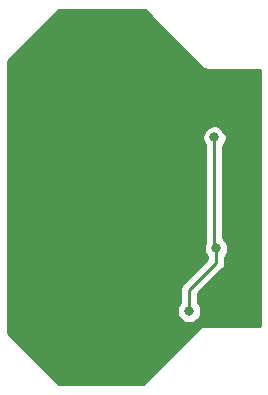
<source format=gbr>
%TF.GenerationSoftware,KiCad,Pcbnew,(5.1.7)-1*%
%TF.CreationDate,2022-08-04T10:30:13+03:00*%
%TF.ProjectId,battbrd,62617474-6272-4642-9e6b-696361645f70,rev?*%
%TF.SameCoordinates,Original*%
%TF.FileFunction,Copper,L2,Bot*%
%TF.FilePolarity,Positive*%
%FSLAX46Y46*%
G04 Gerber Fmt 4.6, Leading zero omitted, Abs format (unit mm)*
G04 Created by KiCad (PCBNEW (5.1.7)-1) date 2022-08-04 10:30:13*
%MOMM*%
%LPD*%
G01*
G04 APERTURE LIST*
%TA.AperFunction,ViaPad*%
%ADD10C,0.800000*%
%TD*%
%TA.AperFunction,Conductor*%
%ADD11C,0.250000*%
%TD*%
%TA.AperFunction,Conductor*%
%ADD12C,0.254000*%
%TD*%
%TA.AperFunction,Conductor*%
%ADD13C,0.100000*%
%TD*%
G04 APERTURE END LIST*
D10*
%TO.N,Net-(BT1-Pad1)*%
X164950000Y-81550000D03*
X165100000Y-90950000D03*
X162800000Y-96250000D03*
%TO.N,VCC*%
X166050000Y-88900000D03*
X162950000Y-77800000D03*
%TD*%
D11*
%TO.N,Net-(BT1-Pad1)*%
X164950000Y-90800000D02*
X165100000Y-90950000D01*
X164950000Y-81550000D02*
X164950000Y-90800000D01*
X165100000Y-90950000D02*
X165100000Y-92150000D01*
X162800000Y-94450000D02*
X162800000Y-96250000D01*
X165100000Y-92150000D02*
X162800000Y-94450000D01*
%TO.N,VCC*%
X166050000Y-88900000D02*
X166050000Y-81350000D01*
X162950000Y-78250000D02*
X162950000Y-77800000D01*
X166050000Y-81350000D02*
X162950000Y-78250000D01*
%TD*%
D12*
%TO.N,VCC*%
X163810388Y-75593769D02*
X163831052Y-75618948D01*
X163931550Y-75701425D01*
X164046207Y-75762710D01*
X164170617Y-75800450D01*
X164267581Y-75810000D01*
X164267591Y-75810000D01*
X164300000Y-75813192D01*
X164332409Y-75810000D01*
X168840000Y-75810000D01*
X168840001Y-97490000D01*
X164132408Y-97490000D01*
X164099999Y-97486808D01*
X164067590Y-97490000D01*
X164067581Y-97490000D01*
X163970617Y-97499550D01*
X163846207Y-97537290D01*
X163731549Y-97598575D01*
X163656233Y-97660386D01*
X163631052Y-97681052D01*
X163610388Y-97706231D01*
X158876620Y-102440000D01*
X151773381Y-102440000D01*
X147460000Y-98126620D01*
X147460000Y-96148061D01*
X161765000Y-96148061D01*
X161765000Y-96351939D01*
X161804774Y-96551898D01*
X161882795Y-96740256D01*
X161996063Y-96909774D01*
X162140226Y-97053937D01*
X162309744Y-97167205D01*
X162498102Y-97245226D01*
X162698061Y-97285000D01*
X162901939Y-97285000D01*
X163101898Y-97245226D01*
X163290256Y-97167205D01*
X163459774Y-97053937D01*
X163603937Y-96909774D01*
X163717205Y-96740256D01*
X163795226Y-96551898D01*
X163835000Y-96351939D01*
X163835000Y-96148061D01*
X163795226Y-95948102D01*
X163717205Y-95759744D01*
X163603937Y-95590226D01*
X163560000Y-95546289D01*
X163560000Y-94764801D01*
X165611003Y-92713799D01*
X165640001Y-92690001D01*
X165734974Y-92574276D01*
X165805546Y-92442247D01*
X165849003Y-92298986D01*
X165860000Y-92187333D01*
X165860000Y-92187324D01*
X165863676Y-92150001D01*
X165860000Y-92112678D01*
X165860000Y-91653711D01*
X165903937Y-91609774D01*
X166017205Y-91440256D01*
X166095226Y-91251898D01*
X166135000Y-91051939D01*
X166135000Y-90848061D01*
X166095226Y-90648102D01*
X166017205Y-90459744D01*
X165903937Y-90290226D01*
X165759774Y-90146063D01*
X165710000Y-90112805D01*
X165710000Y-82253711D01*
X165753937Y-82209774D01*
X165867205Y-82040256D01*
X165945226Y-81851898D01*
X165985000Y-81651939D01*
X165985000Y-81448061D01*
X165945226Y-81248102D01*
X165867205Y-81059744D01*
X165753937Y-80890226D01*
X165609774Y-80746063D01*
X165440256Y-80632795D01*
X165251898Y-80554774D01*
X165051939Y-80515000D01*
X164848061Y-80515000D01*
X164648102Y-80554774D01*
X164459744Y-80632795D01*
X164290226Y-80746063D01*
X164146063Y-80890226D01*
X164032795Y-81059744D01*
X163954774Y-81248102D01*
X163915000Y-81448061D01*
X163915000Y-81651939D01*
X163954774Y-81851898D01*
X164032795Y-82040256D01*
X164146063Y-82209774D01*
X164190000Y-82253711D01*
X164190001Y-90448959D01*
X164182795Y-90459744D01*
X164104774Y-90648102D01*
X164065000Y-90848061D01*
X164065000Y-91051939D01*
X164104774Y-91251898D01*
X164182795Y-91440256D01*
X164296063Y-91609774D01*
X164340001Y-91653712D01*
X164340001Y-91835197D01*
X162289003Y-93886196D01*
X162259999Y-93909999D01*
X162204871Y-93977174D01*
X162165026Y-94025724D01*
X162094455Y-94157753D01*
X162094454Y-94157754D01*
X162050997Y-94301015D01*
X162040000Y-94412668D01*
X162040000Y-94412678D01*
X162036324Y-94450000D01*
X162040000Y-94487323D01*
X162040001Y-95546288D01*
X161996063Y-95590226D01*
X161882795Y-95759744D01*
X161804774Y-95948102D01*
X161765000Y-96148061D01*
X147460000Y-96148061D01*
X147460000Y-75123380D01*
X151773381Y-70810000D01*
X159026620Y-70810000D01*
X163810388Y-75593769D01*
%TA.AperFunction,Conductor*%
D13*
G36*
X163810388Y-75593769D02*
G01*
X163831052Y-75618948D01*
X163931550Y-75701425D01*
X164046207Y-75762710D01*
X164170617Y-75800450D01*
X164267581Y-75810000D01*
X164267591Y-75810000D01*
X164300000Y-75813192D01*
X164332409Y-75810000D01*
X168840000Y-75810000D01*
X168840001Y-97490000D01*
X164132408Y-97490000D01*
X164099999Y-97486808D01*
X164067590Y-97490000D01*
X164067581Y-97490000D01*
X163970617Y-97499550D01*
X163846207Y-97537290D01*
X163731549Y-97598575D01*
X163656233Y-97660386D01*
X163631052Y-97681052D01*
X163610388Y-97706231D01*
X158876620Y-102440000D01*
X151773381Y-102440000D01*
X147460000Y-98126620D01*
X147460000Y-96148061D01*
X161765000Y-96148061D01*
X161765000Y-96351939D01*
X161804774Y-96551898D01*
X161882795Y-96740256D01*
X161996063Y-96909774D01*
X162140226Y-97053937D01*
X162309744Y-97167205D01*
X162498102Y-97245226D01*
X162698061Y-97285000D01*
X162901939Y-97285000D01*
X163101898Y-97245226D01*
X163290256Y-97167205D01*
X163459774Y-97053937D01*
X163603937Y-96909774D01*
X163717205Y-96740256D01*
X163795226Y-96551898D01*
X163835000Y-96351939D01*
X163835000Y-96148061D01*
X163795226Y-95948102D01*
X163717205Y-95759744D01*
X163603937Y-95590226D01*
X163560000Y-95546289D01*
X163560000Y-94764801D01*
X165611003Y-92713799D01*
X165640001Y-92690001D01*
X165734974Y-92574276D01*
X165805546Y-92442247D01*
X165849003Y-92298986D01*
X165860000Y-92187333D01*
X165860000Y-92187324D01*
X165863676Y-92150001D01*
X165860000Y-92112678D01*
X165860000Y-91653711D01*
X165903937Y-91609774D01*
X166017205Y-91440256D01*
X166095226Y-91251898D01*
X166135000Y-91051939D01*
X166135000Y-90848061D01*
X166095226Y-90648102D01*
X166017205Y-90459744D01*
X165903937Y-90290226D01*
X165759774Y-90146063D01*
X165710000Y-90112805D01*
X165710000Y-82253711D01*
X165753937Y-82209774D01*
X165867205Y-82040256D01*
X165945226Y-81851898D01*
X165985000Y-81651939D01*
X165985000Y-81448061D01*
X165945226Y-81248102D01*
X165867205Y-81059744D01*
X165753937Y-80890226D01*
X165609774Y-80746063D01*
X165440256Y-80632795D01*
X165251898Y-80554774D01*
X165051939Y-80515000D01*
X164848061Y-80515000D01*
X164648102Y-80554774D01*
X164459744Y-80632795D01*
X164290226Y-80746063D01*
X164146063Y-80890226D01*
X164032795Y-81059744D01*
X163954774Y-81248102D01*
X163915000Y-81448061D01*
X163915000Y-81651939D01*
X163954774Y-81851898D01*
X164032795Y-82040256D01*
X164146063Y-82209774D01*
X164190000Y-82253711D01*
X164190001Y-90448959D01*
X164182795Y-90459744D01*
X164104774Y-90648102D01*
X164065000Y-90848061D01*
X164065000Y-91051939D01*
X164104774Y-91251898D01*
X164182795Y-91440256D01*
X164296063Y-91609774D01*
X164340001Y-91653712D01*
X164340001Y-91835197D01*
X162289003Y-93886196D01*
X162259999Y-93909999D01*
X162204871Y-93977174D01*
X162165026Y-94025724D01*
X162094455Y-94157753D01*
X162094454Y-94157754D01*
X162050997Y-94301015D01*
X162040000Y-94412668D01*
X162040000Y-94412678D01*
X162036324Y-94450000D01*
X162040000Y-94487323D01*
X162040001Y-95546288D01*
X161996063Y-95590226D01*
X161882795Y-95759744D01*
X161804774Y-95948102D01*
X161765000Y-96148061D01*
X147460000Y-96148061D01*
X147460000Y-75123380D01*
X151773381Y-70810000D01*
X159026620Y-70810000D01*
X163810388Y-75593769D01*
G37*
%TD.AperFunction*%
%TD*%
M02*

</source>
